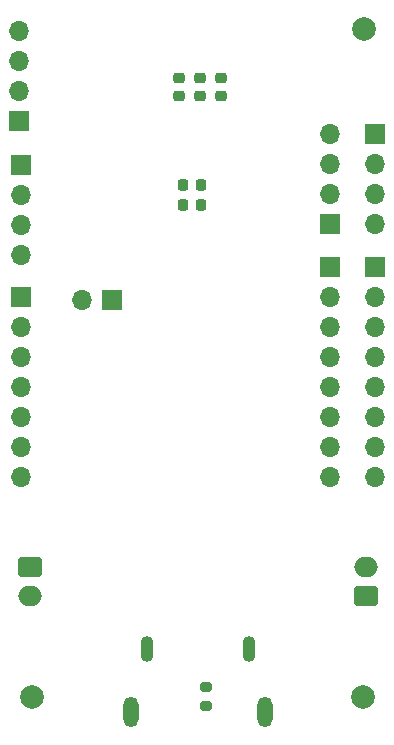
<source format=gbr>
%TF.GenerationSoftware,KiCad,Pcbnew,(6.0.5)*%
%TF.CreationDate,2022-07-28T20:20:28-06:00*%
%TF.ProjectId,transmitter,7472616e-736d-4697-9474-65722e6b6963,rev?*%
%TF.SameCoordinates,Original*%
%TF.FileFunction,Soldermask,Bot*%
%TF.FilePolarity,Negative*%
%FSLAX46Y46*%
G04 Gerber Fmt 4.6, Leading zero omitted, Abs format (unit mm)*
G04 Created by KiCad (PCBNEW (6.0.5)) date 2022-07-28 20:20:28*
%MOMM*%
%LPD*%
G01*
G04 APERTURE LIST*
G04 Aperture macros list*
%AMRoundRect*
0 Rectangle with rounded corners*
0 $1 Rounding radius*
0 $2 $3 $4 $5 $6 $7 $8 $9 X,Y pos of 4 corners*
0 Add a 4 corners polygon primitive as box body*
4,1,4,$2,$3,$4,$5,$6,$7,$8,$9,$2,$3,0*
0 Add four circle primitives for the rounded corners*
1,1,$1+$1,$2,$3*
1,1,$1+$1,$4,$5*
1,1,$1+$1,$6,$7*
1,1,$1+$1,$8,$9*
0 Add four rect primitives between the rounded corners*
20,1,$1+$1,$2,$3,$4,$5,0*
20,1,$1+$1,$4,$5,$6,$7,0*
20,1,$1+$1,$6,$7,$8,$9,0*
20,1,$1+$1,$8,$9,$2,$3,0*%
G04 Aperture macros list end*
%ADD10RoundRect,0.250000X-0.750000X0.600000X-0.750000X-0.600000X0.750000X-0.600000X0.750000X0.600000X0*%
%ADD11O,2.000000X1.700000*%
%ADD12R,1.700000X1.700000*%
%ADD13O,1.700000X1.700000*%
%ADD14O,1.100000X2.200000*%
%ADD15O,1.300000X2.600000*%
%ADD16C,2.000000*%
%ADD17RoundRect,0.250000X0.750000X-0.600000X0.750000X0.600000X-0.750000X0.600000X-0.750000X-0.600000X0*%
%ADD18RoundRect,0.225000X-0.225000X-0.250000X0.225000X-0.250000X0.225000X0.250000X-0.225000X0.250000X0*%
%ADD19RoundRect,0.225000X-0.250000X0.225000X-0.250000X-0.225000X0.250000X-0.225000X0.250000X0.225000X0*%
%ADD20RoundRect,0.225000X0.250000X-0.225000X0.250000X0.225000X-0.250000X0.225000X-0.250000X-0.225000X0*%
%ADD21RoundRect,0.200000X-0.275000X0.200000X-0.275000X-0.200000X0.275000X-0.200000X0.275000X0.200000X0*%
G04 APERTURE END LIST*
D10*
%TO.C,J9*%
X134800000Y-125000000D03*
D11*
X134800000Y-127500000D03*
%TD*%
D12*
%TO.C,J3*%
X160225000Y-99625000D03*
D13*
X160225000Y-102165000D03*
X160225000Y-104705000D03*
X160225000Y-107245000D03*
X160225000Y-109785000D03*
X160225000Y-112325000D03*
X160225000Y-114865000D03*
X160225000Y-117405000D03*
%TD*%
D14*
%TO.C,J10*%
X144680000Y-131940000D03*
X153320000Y-131940000D03*
D15*
X143350000Y-137300000D03*
X154650000Y-137300000D03*
%TD*%
D12*
%TO.C,J8*%
X134000000Y-90980000D03*
D13*
X134000000Y-93520000D03*
X134000000Y-96060000D03*
X134000000Y-98600000D03*
%TD*%
D16*
%TO.C,H4*%
X163000000Y-136000000D03*
%TD*%
D12*
%TO.C,J4*%
X141775000Y-102400000D03*
D13*
X139235000Y-102400000D03*
%TD*%
D12*
%TO.C,J2*%
X133900000Y-87300000D03*
D13*
X133900000Y-84760000D03*
X133900000Y-82220000D03*
X133900000Y-79680000D03*
%TD*%
D12*
%TO.C,J5*%
X134000000Y-102200000D03*
D13*
X134000000Y-104740000D03*
X134000000Y-107280000D03*
X134000000Y-109820000D03*
X134000000Y-112360000D03*
X134000000Y-114900000D03*
X134000000Y-117440000D03*
%TD*%
D17*
%TO.C,J1*%
X163200000Y-127500000D03*
D11*
X163200000Y-125000000D03*
%TD*%
D16*
%TO.C,H3*%
X163100000Y-79500000D03*
%TD*%
D12*
%TO.C,J7*%
X164025000Y-88400000D03*
D13*
X164025000Y-90940000D03*
X164025000Y-93480000D03*
X164025000Y-96020000D03*
%TD*%
D12*
%TO.C,J6*%
X160200000Y-96000000D03*
D13*
X160200000Y-93460000D03*
X160200000Y-90920000D03*
X160200000Y-88380000D03*
%TD*%
D12*
%TO.C,J11*%
X164025000Y-99625000D03*
D13*
X164025000Y-102165000D03*
X164025000Y-104705000D03*
X164025000Y-107245000D03*
X164025000Y-109785000D03*
X164025000Y-112325000D03*
X164025000Y-114865000D03*
X164025000Y-117405000D03*
%TD*%
D16*
%TO.C,H1*%
X135000000Y-136000000D03*
%TD*%
D18*
%TO.C,C9*%
X147725000Y-94400000D03*
X149275000Y-94400000D03*
%TD*%
D19*
%TO.C,C5*%
X149200000Y-83625000D03*
X149200000Y-85175000D03*
%TD*%
D18*
%TO.C,C8*%
X147725000Y-92700000D03*
X149275000Y-92700000D03*
%TD*%
D19*
%TO.C,C4*%
X147400000Y-83625000D03*
X147400000Y-85175000D03*
%TD*%
D20*
%TO.C,C3*%
X151000000Y-85175000D03*
X151000000Y-83625000D03*
%TD*%
D21*
%TO.C,R19*%
X149700000Y-135175000D03*
X149700000Y-136825000D03*
%TD*%
M02*

</source>
